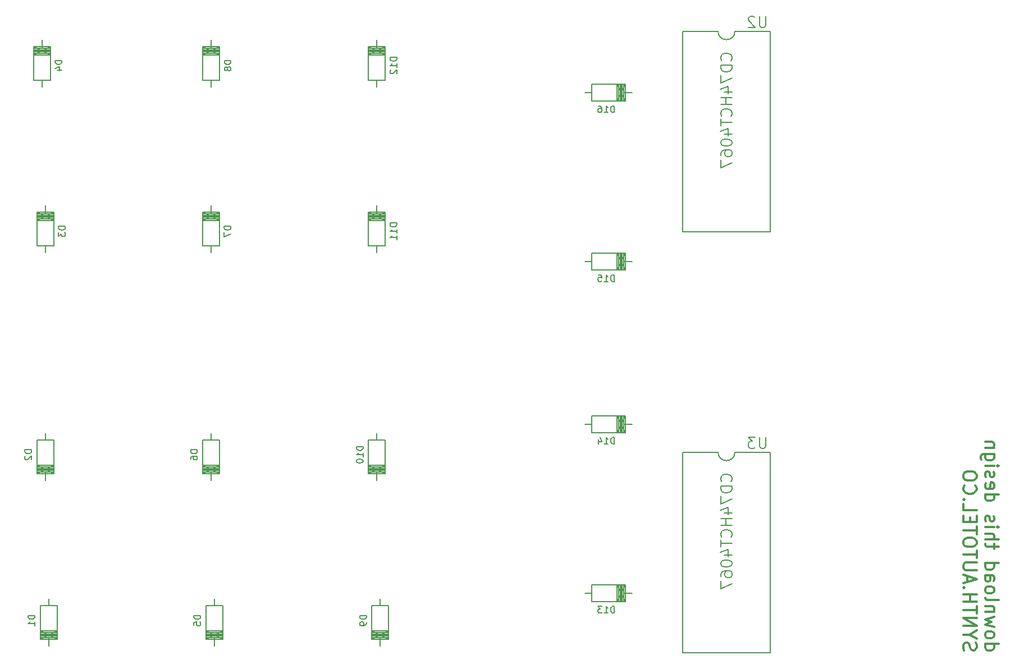
<source format=gbo>
G04 #@! TF.FileFunction,Legend,Bot*
%FSLAX46Y46*%
G04 Gerber Fmt 4.6, Leading zero omitted, Abs format (unit mm)*
G04 Created by KiCad (PCBNEW 4.0.4-stable) date 11/20/16 21:41:40*
%MOMM*%
%LPD*%
G01*
G04 APERTURE LIST*
%ADD10C,0.100000*%
%ADD11C,0.300000*%
%ADD12C,0.150000*%
%ADD13C,0.152400*%
%ADD14C,0.177800*%
G04 APERTURE END LIST*
D10*
D11*
X211745238Y-147166667D02*
X213745238Y-147166667D01*
X211840476Y-147166667D02*
X211745238Y-147357143D01*
X211745238Y-147738095D01*
X211840476Y-147928571D01*
X211935714Y-148023810D01*
X212126190Y-148119048D01*
X212697619Y-148119048D01*
X212888095Y-148023810D01*
X212983333Y-147928571D01*
X213078571Y-147738095D01*
X213078571Y-147357143D01*
X212983333Y-147166667D01*
X211745238Y-145928571D02*
X211840476Y-146119047D01*
X211935714Y-146214286D01*
X212126190Y-146309524D01*
X212697619Y-146309524D01*
X212888095Y-146214286D01*
X212983333Y-146119047D01*
X213078571Y-145928571D01*
X213078571Y-145642857D01*
X212983333Y-145452381D01*
X212888095Y-145357143D01*
X212697619Y-145261905D01*
X212126190Y-145261905D01*
X211935714Y-145357143D01*
X211840476Y-145452381D01*
X211745238Y-145642857D01*
X211745238Y-145928571D01*
X213078571Y-144595238D02*
X211745238Y-144214285D01*
X212697619Y-143833333D01*
X211745238Y-143452381D01*
X213078571Y-143071428D01*
X213078571Y-142309524D02*
X211745238Y-142309524D01*
X212888095Y-142309524D02*
X212983333Y-142214285D01*
X213078571Y-142023809D01*
X213078571Y-141738095D01*
X212983333Y-141547619D01*
X212792857Y-141452381D01*
X211745238Y-141452381D01*
X211745238Y-140214285D02*
X211840476Y-140404761D01*
X212030952Y-140500000D01*
X213745238Y-140500000D01*
X211745238Y-139166666D02*
X211840476Y-139357142D01*
X211935714Y-139452381D01*
X212126190Y-139547619D01*
X212697619Y-139547619D01*
X212888095Y-139452381D01*
X212983333Y-139357142D01*
X213078571Y-139166666D01*
X213078571Y-138880952D01*
X212983333Y-138690476D01*
X212888095Y-138595238D01*
X212697619Y-138500000D01*
X212126190Y-138500000D01*
X211935714Y-138595238D01*
X211840476Y-138690476D01*
X211745238Y-138880952D01*
X211745238Y-139166666D01*
X211745238Y-136785714D02*
X212792857Y-136785714D01*
X212983333Y-136880952D01*
X213078571Y-137071428D01*
X213078571Y-137452380D01*
X212983333Y-137642857D01*
X211840476Y-136785714D02*
X211745238Y-136976190D01*
X211745238Y-137452380D01*
X211840476Y-137642857D01*
X212030952Y-137738095D01*
X212221429Y-137738095D01*
X212411905Y-137642857D01*
X212507143Y-137452380D01*
X212507143Y-136976190D01*
X212602381Y-136785714D01*
X211745238Y-134976190D02*
X213745238Y-134976190D01*
X211840476Y-134976190D02*
X211745238Y-135166666D01*
X211745238Y-135547618D01*
X211840476Y-135738094D01*
X211935714Y-135833333D01*
X212126190Y-135928571D01*
X212697619Y-135928571D01*
X212888095Y-135833333D01*
X212983333Y-135738094D01*
X213078571Y-135547618D01*
X213078571Y-135166666D01*
X212983333Y-134976190D01*
X213078571Y-132785713D02*
X213078571Y-132023808D01*
X213745238Y-132499999D02*
X212030952Y-132499999D01*
X211840476Y-132404760D01*
X211745238Y-132214284D01*
X211745238Y-132023808D01*
X211745238Y-131357142D02*
X213745238Y-131357142D01*
X211745238Y-130499999D02*
X212792857Y-130499999D01*
X212983333Y-130595237D01*
X213078571Y-130785713D01*
X213078571Y-131071427D01*
X212983333Y-131261903D01*
X212888095Y-131357142D01*
X211745238Y-129547618D02*
X213078571Y-129547618D01*
X213745238Y-129547618D02*
X213650000Y-129642856D01*
X213554762Y-129547618D01*
X213650000Y-129452379D01*
X213745238Y-129547618D01*
X213554762Y-129547618D01*
X211840476Y-128690475D02*
X211745238Y-128499998D01*
X211745238Y-128119046D01*
X211840476Y-127928570D01*
X212030952Y-127833332D01*
X212126190Y-127833332D01*
X212316667Y-127928570D01*
X212411905Y-128119046D01*
X212411905Y-128404760D01*
X212507143Y-128595237D01*
X212697619Y-128690475D01*
X212792857Y-128690475D01*
X212983333Y-128595237D01*
X213078571Y-128404760D01*
X213078571Y-128119046D01*
X212983333Y-127928570D01*
X211745238Y-124595236D02*
X213745238Y-124595236D01*
X211840476Y-124595236D02*
X211745238Y-124785712D01*
X211745238Y-125166664D01*
X211840476Y-125357140D01*
X211935714Y-125452379D01*
X212126190Y-125547617D01*
X212697619Y-125547617D01*
X212888095Y-125452379D01*
X212983333Y-125357140D01*
X213078571Y-125166664D01*
X213078571Y-124785712D01*
X212983333Y-124595236D01*
X211840476Y-122880950D02*
X211745238Y-123071426D01*
X211745238Y-123452378D01*
X211840476Y-123642855D01*
X212030952Y-123738093D01*
X212792857Y-123738093D01*
X212983333Y-123642855D01*
X213078571Y-123452378D01*
X213078571Y-123071426D01*
X212983333Y-122880950D01*
X212792857Y-122785712D01*
X212602381Y-122785712D01*
X212411905Y-123738093D01*
X211840476Y-122023807D02*
X211745238Y-121833330D01*
X211745238Y-121452378D01*
X211840476Y-121261902D01*
X212030952Y-121166664D01*
X212126190Y-121166664D01*
X212316667Y-121261902D01*
X212411905Y-121452378D01*
X212411905Y-121738092D01*
X212507143Y-121928569D01*
X212697619Y-122023807D01*
X212792857Y-122023807D01*
X212983333Y-121928569D01*
X213078571Y-121738092D01*
X213078571Y-121452378D01*
X212983333Y-121261902D01*
X211745238Y-120309521D02*
X213078571Y-120309521D01*
X213745238Y-120309521D02*
X213650000Y-120404759D01*
X213554762Y-120309521D01*
X213650000Y-120214282D01*
X213745238Y-120309521D01*
X213554762Y-120309521D01*
X213078571Y-118499997D02*
X211459524Y-118499997D01*
X211269048Y-118595235D01*
X211173810Y-118690473D01*
X211078571Y-118880949D01*
X211078571Y-119166663D01*
X211173810Y-119357140D01*
X211840476Y-118499997D02*
X211745238Y-118690473D01*
X211745238Y-119071425D01*
X211840476Y-119261901D01*
X211935714Y-119357140D01*
X212126190Y-119452378D01*
X212697619Y-119452378D01*
X212888095Y-119357140D01*
X212983333Y-119261901D01*
X213078571Y-119071425D01*
X213078571Y-118690473D01*
X212983333Y-118499997D01*
X213078571Y-117547616D02*
X211745238Y-117547616D01*
X212888095Y-117547616D02*
X212983333Y-117452377D01*
X213078571Y-117261901D01*
X213078571Y-116976187D01*
X212983333Y-116785711D01*
X212792857Y-116690473D01*
X211745238Y-116690473D01*
X208540476Y-148119048D02*
X208445238Y-147833333D01*
X208445238Y-147357143D01*
X208540476Y-147166667D01*
X208635714Y-147071429D01*
X208826190Y-146976190D01*
X209016667Y-146976190D01*
X209207143Y-147071429D01*
X209302381Y-147166667D01*
X209397619Y-147357143D01*
X209492857Y-147738095D01*
X209588095Y-147928571D01*
X209683333Y-148023810D01*
X209873810Y-148119048D01*
X210064286Y-148119048D01*
X210254762Y-148023810D01*
X210350000Y-147928571D01*
X210445238Y-147738095D01*
X210445238Y-147261905D01*
X210350000Y-146976190D01*
X209397619Y-145738095D02*
X208445238Y-145738095D01*
X210445238Y-146404762D02*
X209397619Y-145738095D01*
X210445238Y-145071428D01*
X208445238Y-144404762D02*
X210445238Y-144404762D01*
X208445238Y-143261904D01*
X210445238Y-143261904D01*
X210445238Y-142595238D02*
X210445238Y-141452381D01*
X208445238Y-142023809D02*
X210445238Y-142023809D01*
X208445238Y-140785714D02*
X210445238Y-140785714D01*
X209492857Y-140785714D02*
X209492857Y-139642856D01*
X208445238Y-139642856D02*
X210445238Y-139642856D01*
X208635714Y-138690476D02*
X208540476Y-138595237D01*
X208445238Y-138690476D01*
X208540476Y-138785714D01*
X208635714Y-138690476D01*
X208445238Y-138690476D01*
X209016667Y-137833333D02*
X209016667Y-136880952D01*
X208445238Y-138023809D02*
X210445238Y-137357142D01*
X208445238Y-136690475D01*
X210445238Y-136023809D02*
X208826190Y-136023809D01*
X208635714Y-135928570D01*
X208540476Y-135833332D01*
X208445238Y-135642856D01*
X208445238Y-135261904D01*
X208540476Y-135071428D01*
X208635714Y-134976189D01*
X208826190Y-134880951D01*
X210445238Y-134880951D01*
X210445238Y-134214285D02*
X210445238Y-133071428D01*
X208445238Y-133642856D02*
X210445238Y-133642856D01*
X210445238Y-132023808D02*
X210445238Y-131642856D01*
X210350000Y-131452380D01*
X210159524Y-131261903D01*
X209778571Y-131166665D01*
X209111905Y-131166665D01*
X208730952Y-131261903D01*
X208540476Y-131452380D01*
X208445238Y-131642856D01*
X208445238Y-132023808D01*
X208540476Y-132214284D01*
X208730952Y-132404761D01*
X209111905Y-132499999D01*
X209778571Y-132499999D01*
X210159524Y-132404761D01*
X210350000Y-132214284D01*
X210445238Y-132023808D01*
X210445238Y-130595237D02*
X210445238Y-129452380D01*
X208445238Y-130023808D02*
X210445238Y-130023808D01*
X209492857Y-128785713D02*
X209492857Y-128119046D01*
X208445238Y-127833332D02*
X208445238Y-128785713D01*
X210445238Y-128785713D01*
X210445238Y-127833332D01*
X208445238Y-126023808D02*
X208445238Y-126976189D01*
X210445238Y-126976189D01*
X208635714Y-125357141D02*
X208540476Y-125261902D01*
X208445238Y-125357141D01*
X208540476Y-125452379D01*
X208635714Y-125357141D01*
X208445238Y-125357141D01*
X208635714Y-123261902D02*
X208540476Y-123357140D01*
X208445238Y-123642855D01*
X208445238Y-123833331D01*
X208540476Y-124119045D01*
X208730952Y-124309521D01*
X208921429Y-124404760D01*
X209302381Y-124499998D01*
X209588095Y-124499998D01*
X209969048Y-124404760D01*
X210159524Y-124309521D01*
X210350000Y-124119045D01*
X210445238Y-123833331D01*
X210445238Y-123642855D01*
X210350000Y-123357140D01*
X210254762Y-123261902D01*
X210445238Y-122023807D02*
X210445238Y-121642855D01*
X210350000Y-121452379D01*
X210159524Y-121261902D01*
X209778571Y-121166664D01*
X209111905Y-121166664D01*
X208730952Y-121261902D01*
X208540476Y-121452379D01*
X208445238Y-121642855D01*
X208445238Y-122023807D01*
X208540476Y-122214283D01*
X208730952Y-122404760D01*
X209111905Y-122499998D01*
X209778571Y-122499998D01*
X210159524Y-122404760D01*
X210350000Y-122214283D01*
X210445238Y-122023807D01*
D12*
X70502540Y-141380000D02*
X70502540Y-140364000D01*
X70502540Y-146206000D02*
X70502540Y-147476000D01*
X71772540Y-145952000D02*
X69232540Y-145952000D01*
X71772540Y-145698000D02*
X69232540Y-145698000D01*
X71772540Y-145444000D02*
X69232540Y-145444000D01*
X71772540Y-146206000D02*
X69232540Y-146206000D01*
X71772540Y-145190000D02*
X69232540Y-146460000D01*
X71772540Y-146460000D02*
X69232540Y-145190000D01*
X71772540Y-145190000D02*
X69232540Y-145190000D01*
X71772540Y-145825000D02*
X69232540Y-145825000D01*
X69232540Y-146460000D02*
X71772540Y-146460000D01*
X71772540Y-146460000D02*
X71772540Y-141380000D01*
X71772540Y-141380000D02*
X69232540Y-141380000D01*
X69232540Y-141380000D02*
X69232540Y-146460000D01*
X70005040Y-116380000D02*
X70005040Y-115364000D01*
X70005040Y-121206000D02*
X70005040Y-122476000D01*
X71275040Y-120952000D02*
X68735040Y-120952000D01*
X71275040Y-120698000D02*
X68735040Y-120698000D01*
X71275040Y-120444000D02*
X68735040Y-120444000D01*
X71275040Y-121206000D02*
X68735040Y-121206000D01*
X71275040Y-120190000D02*
X68735040Y-121460000D01*
X71275040Y-121460000D02*
X68735040Y-120190000D01*
X71275040Y-120190000D02*
X68735040Y-120190000D01*
X71275040Y-120825000D02*
X68735040Y-120825000D01*
X68735040Y-121460000D02*
X71275040Y-121460000D01*
X71275040Y-121460000D02*
X71275040Y-116380000D01*
X71275040Y-116380000D02*
X68735040Y-116380000D01*
X68735040Y-116380000D02*
X68735040Y-121460000D01*
X69999960Y-87120000D02*
X69999960Y-88136000D01*
X69999960Y-82294000D02*
X69999960Y-81024000D01*
X68729960Y-82548000D02*
X71269960Y-82548000D01*
X68729960Y-82802000D02*
X71269960Y-82802000D01*
X68729960Y-83056000D02*
X71269960Y-83056000D01*
X68729960Y-82294000D02*
X71269960Y-82294000D01*
X68729960Y-83310000D02*
X71269960Y-82040000D01*
X68729960Y-82040000D02*
X71269960Y-83310000D01*
X68729960Y-83310000D02*
X71269960Y-83310000D01*
X68729960Y-82675000D02*
X71269960Y-82675000D01*
X71269960Y-82040000D02*
X68729960Y-82040000D01*
X68729960Y-82040000D02*
X68729960Y-87120000D01*
X68729960Y-87120000D02*
X71269960Y-87120000D01*
X71269960Y-87120000D02*
X71269960Y-82040000D01*
X69499960Y-62120000D02*
X69499960Y-63136000D01*
X69499960Y-57294000D02*
X69499960Y-56024000D01*
X68229960Y-57548000D02*
X70769960Y-57548000D01*
X68229960Y-57802000D02*
X70769960Y-57802000D01*
X68229960Y-58056000D02*
X70769960Y-58056000D01*
X68229960Y-57294000D02*
X70769960Y-57294000D01*
X68229960Y-58310000D02*
X70769960Y-57040000D01*
X68229960Y-57040000D02*
X70769960Y-58310000D01*
X68229960Y-58310000D02*
X70769960Y-58310000D01*
X68229960Y-57675000D02*
X70769960Y-57675000D01*
X70769960Y-57040000D02*
X68229960Y-57040000D01*
X68229960Y-57040000D02*
X68229960Y-62120000D01*
X68229960Y-62120000D02*
X70769960Y-62120000D01*
X70769960Y-62120000D02*
X70769960Y-57040000D01*
X95500040Y-141380000D02*
X95500040Y-140364000D01*
X95500040Y-146206000D02*
X95500040Y-147476000D01*
X96770040Y-145952000D02*
X94230040Y-145952000D01*
X96770040Y-145698000D02*
X94230040Y-145698000D01*
X96770040Y-145444000D02*
X94230040Y-145444000D01*
X96770040Y-146206000D02*
X94230040Y-146206000D01*
X96770040Y-145190000D02*
X94230040Y-146460000D01*
X96770040Y-146460000D02*
X94230040Y-145190000D01*
X96770040Y-145190000D02*
X94230040Y-145190000D01*
X96770040Y-145825000D02*
X94230040Y-145825000D01*
X94230040Y-146460000D02*
X96770040Y-146460000D01*
X96770040Y-146460000D02*
X96770040Y-141380000D01*
X96770040Y-141380000D02*
X94230040Y-141380000D01*
X94230040Y-141380000D02*
X94230040Y-146460000D01*
X95002540Y-116380000D02*
X95002540Y-115364000D01*
X95002540Y-121206000D02*
X95002540Y-122476000D01*
X96272540Y-120952000D02*
X93732540Y-120952000D01*
X96272540Y-120698000D02*
X93732540Y-120698000D01*
X96272540Y-120444000D02*
X93732540Y-120444000D01*
X96272540Y-121206000D02*
X93732540Y-121206000D01*
X96272540Y-120190000D02*
X93732540Y-121460000D01*
X96272540Y-121460000D02*
X93732540Y-120190000D01*
X96272540Y-120190000D02*
X93732540Y-120190000D01*
X96272540Y-120825000D02*
X93732540Y-120825000D01*
X93732540Y-121460000D02*
X96272540Y-121460000D01*
X96272540Y-121460000D02*
X96272540Y-116380000D01*
X96272540Y-116380000D02*
X93732540Y-116380000D01*
X93732540Y-116380000D02*
X93732540Y-121460000D01*
X94994960Y-87120000D02*
X94994960Y-88136000D01*
X94994960Y-82294000D02*
X94994960Y-81024000D01*
X93724960Y-82548000D02*
X96264960Y-82548000D01*
X93724960Y-82802000D02*
X96264960Y-82802000D01*
X93724960Y-83056000D02*
X96264960Y-83056000D01*
X93724960Y-82294000D02*
X96264960Y-82294000D01*
X93724960Y-83310000D02*
X96264960Y-82040000D01*
X93724960Y-82040000D02*
X96264960Y-83310000D01*
X93724960Y-83310000D02*
X96264960Y-83310000D01*
X93724960Y-82675000D02*
X96264960Y-82675000D01*
X96264960Y-82040000D02*
X93724960Y-82040000D01*
X93724960Y-82040000D02*
X93724960Y-87120000D01*
X93724960Y-87120000D02*
X96264960Y-87120000D01*
X96264960Y-87120000D02*
X96264960Y-82040000D01*
X94999960Y-62120000D02*
X94999960Y-63136000D01*
X94999960Y-57294000D02*
X94999960Y-56024000D01*
X93729960Y-57548000D02*
X96269960Y-57548000D01*
X93729960Y-57802000D02*
X96269960Y-57802000D01*
X93729960Y-58056000D02*
X96269960Y-58056000D01*
X93729960Y-57294000D02*
X96269960Y-57294000D01*
X93729960Y-58310000D02*
X96269960Y-57040000D01*
X93729960Y-57040000D02*
X96269960Y-58310000D01*
X93729960Y-58310000D02*
X96269960Y-58310000D01*
X93729960Y-57675000D02*
X96269960Y-57675000D01*
X96269960Y-57040000D02*
X93729960Y-57040000D01*
X93729960Y-57040000D02*
X93729960Y-62120000D01*
X93729960Y-62120000D02*
X96269960Y-62120000D01*
X96269960Y-62120000D02*
X96269960Y-57040000D01*
X120502540Y-141380000D02*
X120502540Y-140364000D01*
X120502540Y-146206000D02*
X120502540Y-147476000D01*
X121772540Y-145952000D02*
X119232540Y-145952000D01*
X121772540Y-145698000D02*
X119232540Y-145698000D01*
X121772540Y-145444000D02*
X119232540Y-145444000D01*
X121772540Y-146206000D02*
X119232540Y-146206000D01*
X121772540Y-145190000D02*
X119232540Y-146460000D01*
X121772540Y-146460000D02*
X119232540Y-145190000D01*
X121772540Y-145190000D02*
X119232540Y-145190000D01*
X121772540Y-145825000D02*
X119232540Y-145825000D01*
X119232540Y-146460000D02*
X121772540Y-146460000D01*
X121772540Y-146460000D02*
X121772540Y-141380000D01*
X121772540Y-141380000D02*
X119232540Y-141380000D01*
X119232540Y-141380000D02*
X119232540Y-146460000D01*
X120002540Y-116380000D02*
X120002540Y-115364000D01*
X120002540Y-121206000D02*
X120002540Y-122476000D01*
X121272540Y-120952000D02*
X118732540Y-120952000D01*
X121272540Y-120698000D02*
X118732540Y-120698000D01*
X121272540Y-120444000D02*
X118732540Y-120444000D01*
X121272540Y-121206000D02*
X118732540Y-121206000D01*
X121272540Y-120190000D02*
X118732540Y-121460000D01*
X121272540Y-121460000D02*
X118732540Y-120190000D01*
X121272540Y-120190000D02*
X118732540Y-120190000D01*
X121272540Y-120825000D02*
X118732540Y-120825000D01*
X118732540Y-121460000D02*
X121272540Y-121460000D01*
X121272540Y-121460000D02*
X121272540Y-116380000D01*
X121272540Y-116380000D02*
X118732540Y-116380000D01*
X118732540Y-116380000D02*
X118732540Y-121460000D01*
X119997460Y-87120000D02*
X119997460Y-88136000D01*
X119997460Y-82294000D02*
X119997460Y-81024000D01*
X118727460Y-82548000D02*
X121267460Y-82548000D01*
X118727460Y-82802000D02*
X121267460Y-82802000D01*
X118727460Y-83056000D02*
X121267460Y-83056000D01*
X118727460Y-82294000D02*
X121267460Y-82294000D01*
X118727460Y-83310000D02*
X121267460Y-82040000D01*
X118727460Y-82040000D02*
X121267460Y-83310000D01*
X118727460Y-83310000D02*
X121267460Y-83310000D01*
X118727460Y-82675000D02*
X121267460Y-82675000D01*
X121267460Y-82040000D02*
X118727460Y-82040000D01*
X118727460Y-82040000D02*
X118727460Y-87120000D01*
X118727460Y-87120000D02*
X121267460Y-87120000D01*
X121267460Y-87120000D02*
X121267460Y-82040000D01*
X120000460Y-62120000D02*
X120000460Y-63136000D01*
X120000460Y-57294000D02*
X120000460Y-56024000D01*
X118730460Y-57548000D02*
X121270460Y-57548000D01*
X118730460Y-57802000D02*
X121270460Y-57802000D01*
X118730460Y-58056000D02*
X121270460Y-58056000D01*
X118730460Y-57294000D02*
X121270460Y-57294000D01*
X118730460Y-58310000D02*
X121270460Y-57040000D01*
X118730460Y-57040000D02*
X121270460Y-58310000D01*
X118730460Y-58310000D02*
X121270460Y-58310000D01*
X118730460Y-57675000D02*
X121270460Y-57675000D01*
X121270460Y-57040000D02*
X118730460Y-57040000D01*
X118730460Y-57040000D02*
X118730460Y-62120000D01*
X118730460Y-62120000D02*
X121270460Y-62120000D01*
X121270460Y-62120000D02*
X121270460Y-57040000D01*
X152380000Y-139497460D02*
X151364000Y-139497460D01*
X157206000Y-139497460D02*
X158476000Y-139497460D01*
X156952000Y-138227460D02*
X156952000Y-140767460D01*
X156698000Y-138227460D02*
X156698000Y-140767460D01*
X156444000Y-138227460D02*
X156444000Y-140767460D01*
X157206000Y-138227460D02*
X157206000Y-140767460D01*
X156190000Y-138227460D02*
X157460000Y-140767460D01*
X157460000Y-138227460D02*
X156190000Y-140767460D01*
X156190000Y-138227460D02*
X156190000Y-140767460D01*
X156825000Y-138227460D02*
X156825000Y-140767460D01*
X157460000Y-140767460D02*
X157460000Y-138227460D01*
X157460000Y-138227460D02*
X152380000Y-138227460D01*
X152380000Y-138227460D02*
X152380000Y-140767460D01*
X152380000Y-140767460D02*
X157460000Y-140767460D01*
X152380000Y-114000460D02*
X151364000Y-114000460D01*
X157206000Y-114000460D02*
X158476000Y-114000460D01*
X156952000Y-112730460D02*
X156952000Y-115270460D01*
X156698000Y-112730460D02*
X156698000Y-115270460D01*
X156444000Y-112730460D02*
X156444000Y-115270460D01*
X157206000Y-112730460D02*
X157206000Y-115270460D01*
X156190000Y-112730460D02*
X157460000Y-115270460D01*
X157460000Y-112730460D02*
X156190000Y-115270460D01*
X156190000Y-112730460D02*
X156190000Y-115270460D01*
X156825000Y-112730460D02*
X156825000Y-115270460D01*
X157460000Y-115270460D02*
X157460000Y-112730460D01*
X157460000Y-112730460D02*
X152380000Y-112730460D01*
X152380000Y-112730460D02*
X152380000Y-115270460D01*
X152380000Y-115270460D02*
X157460000Y-115270460D01*
X152380000Y-89497460D02*
X151364000Y-89497460D01*
X157206000Y-89497460D02*
X158476000Y-89497460D01*
X156952000Y-88227460D02*
X156952000Y-90767460D01*
X156698000Y-88227460D02*
X156698000Y-90767460D01*
X156444000Y-88227460D02*
X156444000Y-90767460D01*
X157206000Y-88227460D02*
X157206000Y-90767460D01*
X156190000Y-88227460D02*
X157460000Y-90767460D01*
X157460000Y-88227460D02*
X156190000Y-90767460D01*
X156190000Y-88227460D02*
X156190000Y-90767460D01*
X156825000Y-88227460D02*
X156825000Y-90767460D01*
X157460000Y-90767460D02*
X157460000Y-88227460D01*
X157460000Y-88227460D02*
X152380000Y-88227460D01*
X152380000Y-88227460D02*
X152380000Y-90767460D01*
X152380000Y-90767460D02*
X157460000Y-90767460D01*
X152380000Y-63997460D02*
X151364000Y-63997460D01*
X157206000Y-63997460D02*
X158476000Y-63997460D01*
X156952000Y-62727460D02*
X156952000Y-65267460D01*
X156698000Y-62727460D02*
X156698000Y-65267460D01*
X156444000Y-62727460D02*
X156444000Y-65267460D01*
X157206000Y-62727460D02*
X157206000Y-65267460D01*
X156190000Y-62727460D02*
X157460000Y-65267460D01*
X157460000Y-62727460D02*
X156190000Y-65267460D01*
X156190000Y-62727460D02*
X156190000Y-65267460D01*
X156825000Y-62727460D02*
X156825000Y-65267460D01*
X157460000Y-65267460D02*
X157460000Y-62727460D01*
X157460000Y-62727460D02*
X152380000Y-62727460D01*
X152380000Y-62727460D02*
X152380000Y-65267460D01*
X152380000Y-65267460D02*
X157460000Y-65267460D01*
D13*
X173990000Y-118237000D02*
X179324000Y-118237000D01*
X173990000Y-118237000D02*
G75*
G02X171450000Y-118237000I-1270000J0D01*
G01*
X179324000Y-148463000D02*
X166116000Y-148463000D01*
X166116000Y-118237000D02*
X171450000Y-118237000D01*
X166116000Y-118237000D02*
X166116000Y-148463000D01*
X179324000Y-118237000D02*
X179324000Y-148463000D01*
X173990000Y-54737000D02*
X179324000Y-54737000D01*
X173990000Y-54737000D02*
G75*
G02X171450000Y-54737000I-1270000J0D01*
G01*
X179324000Y-84963000D02*
X166116000Y-84963000D01*
X166116000Y-54737000D02*
X171450000Y-54737000D01*
X166116000Y-54737000D02*
X166116000Y-84963000D01*
X179324000Y-54737000D02*
X179324000Y-84963000D01*
D12*
X68414921Y-142874565D02*
X67414921Y-142874565D01*
X67414921Y-143112660D01*
X67462540Y-143255518D01*
X67557778Y-143350756D01*
X67653016Y-143398375D01*
X67843492Y-143445994D01*
X67986350Y-143445994D01*
X68176826Y-143398375D01*
X68272064Y-143350756D01*
X68367302Y-143255518D01*
X68414921Y-143112660D01*
X68414921Y-142874565D01*
X68414921Y-144398375D02*
X68414921Y-143826946D01*
X68414921Y-144112660D02*
X67414921Y-144112660D01*
X67557778Y-144017422D01*
X67653016Y-143922184D01*
X67700635Y-143826946D01*
X67917421Y-117874565D02*
X66917421Y-117874565D01*
X66917421Y-118112660D01*
X66965040Y-118255518D01*
X67060278Y-118350756D01*
X67155516Y-118398375D01*
X67345992Y-118445994D01*
X67488850Y-118445994D01*
X67679326Y-118398375D01*
X67774564Y-118350756D01*
X67869802Y-118255518D01*
X67917421Y-118112660D01*
X67917421Y-117874565D01*
X67012659Y-118826946D02*
X66965040Y-118874565D01*
X66917421Y-118969803D01*
X66917421Y-119207899D01*
X66965040Y-119303137D01*
X67012659Y-119350756D01*
X67107897Y-119398375D01*
X67203135Y-119398375D01*
X67345992Y-119350756D01*
X67917421Y-118779327D01*
X67917421Y-119398375D01*
X72992341Y-84149245D02*
X71992341Y-84149245D01*
X71992341Y-84387340D01*
X72039960Y-84530198D01*
X72135198Y-84625436D01*
X72230436Y-84673055D01*
X72420912Y-84720674D01*
X72563770Y-84720674D01*
X72754246Y-84673055D01*
X72849484Y-84625436D01*
X72944722Y-84530198D01*
X72992341Y-84387340D01*
X72992341Y-84149245D01*
X71992341Y-85054007D02*
X71992341Y-85673055D01*
X72373293Y-85339721D01*
X72373293Y-85482579D01*
X72420912Y-85577817D01*
X72468531Y-85625436D01*
X72563770Y-85673055D01*
X72801865Y-85673055D01*
X72897103Y-85625436D01*
X72944722Y-85577817D01*
X72992341Y-85482579D01*
X72992341Y-85196864D01*
X72944722Y-85101626D01*
X72897103Y-85054007D01*
X72492341Y-59149245D02*
X71492341Y-59149245D01*
X71492341Y-59387340D01*
X71539960Y-59530198D01*
X71635198Y-59625436D01*
X71730436Y-59673055D01*
X71920912Y-59720674D01*
X72063770Y-59720674D01*
X72254246Y-59673055D01*
X72349484Y-59625436D01*
X72444722Y-59530198D01*
X72492341Y-59387340D01*
X72492341Y-59149245D01*
X71825674Y-60577817D02*
X72492341Y-60577817D01*
X71444722Y-60339721D02*
X72159008Y-60101626D01*
X72159008Y-60720674D01*
X93412421Y-142874565D02*
X92412421Y-142874565D01*
X92412421Y-143112660D01*
X92460040Y-143255518D01*
X92555278Y-143350756D01*
X92650516Y-143398375D01*
X92840992Y-143445994D01*
X92983850Y-143445994D01*
X93174326Y-143398375D01*
X93269564Y-143350756D01*
X93364802Y-143255518D01*
X93412421Y-143112660D01*
X93412421Y-142874565D01*
X92412421Y-144350756D02*
X92412421Y-143874565D01*
X92888611Y-143826946D01*
X92840992Y-143874565D01*
X92793373Y-143969803D01*
X92793373Y-144207899D01*
X92840992Y-144303137D01*
X92888611Y-144350756D01*
X92983850Y-144398375D01*
X93221945Y-144398375D01*
X93317183Y-144350756D01*
X93364802Y-144303137D01*
X93412421Y-144207899D01*
X93412421Y-143969803D01*
X93364802Y-143874565D01*
X93317183Y-143826946D01*
X92914921Y-117874565D02*
X91914921Y-117874565D01*
X91914921Y-118112660D01*
X91962540Y-118255518D01*
X92057778Y-118350756D01*
X92153016Y-118398375D01*
X92343492Y-118445994D01*
X92486350Y-118445994D01*
X92676826Y-118398375D01*
X92772064Y-118350756D01*
X92867302Y-118255518D01*
X92914921Y-118112660D01*
X92914921Y-117874565D01*
X91914921Y-119303137D02*
X91914921Y-119112660D01*
X91962540Y-119017422D01*
X92010159Y-118969803D01*
X92153016Y-118874565D01*
X92343492Y-118826946D01*
X92724445Y-118826946D01*
X92819683Y-118874565D01*
X92867302Y-118922184D01*
X92914921Y-119017422D01*
X92914921Y-119207899D01*
X92867302Y-119303137D01*
X92819683Y-119350756D01*
X92724445Y-119398375D01*
X92486350Y-119398375D01*
X92391111Y-119350756D01*
X92343492Y-119303137D01*
X92295873Y-119207899D01*
X92295873Y-119017422D01*
X92343492Y-118922184D01*
X92391111Y-118874565D01*
X92486350Y-118826946D01*
X97987341Y-84149245D02*
X96987341Y-84149245D01*
X96987341Y-84387340D01*
X97034960Y-84530198D01*
X97130198Y-84625436D01*
X97225436Y-84673055D01*
X97415912Y-84720674D01*
X97558770Y-84720674D01*
X97749246Y-84673055D01*
X97844484Y-84625436D01*
X97939722Y-84530198D01*
X97987341Y-84387340D01*
X97987341Y-84149245D01*
X96987341Y-85054007D02*
X96987341Y-85720674D01*
X97987341Y-85292102D01*
X97992341Y-59149245D02*
X96992341Y-59149245D01*
X96992341Y-59387340D01*
X97039960Y-59530198D01*
X97135198Y-59625436D01*
X97230436Y-59673055D01*
X97420912Y-59720674D01*
X97563770Y-59720674D01*
X97754246Y-59673055D01*
X97849484Y-59625436D01*
X97944722Y-59530198D01*
X97992341Y-59387340D01*
X97992341Y-59149245D01*
X97420912Y-60292102D02*
X97373293Y-60196864D01*
X97325674Y-60149245D01*
X97230436Y-60101626D01*
X97182817Y-60101626D01*
X97087579Y-60149245D01*
X97039960Y-60196864D01*
X96992341Y-60292102D01*
X96992341Y-60482579D01*
X97039960Y-60577817D01*
X97087579Y-60625436D01*
X97182817Y-60673055D01*
X97230436Y-60673055D01*
X97325674Y-60625436D01*
X97373293Y-60577817D01*
X97420912Y-60482579D01*
X97420912Y-60292102D01*
X97468531Y-60196864D01*
X97516150Y-60149245D01*
X97611389Y-60101626D01*
X97801865Y-60101626D01*
X97897103Y-60149245D01*
X97944722Y-60196864D01*
X97992341Y-60292102D01*
X97992341Y-60482579D01*
X97944722Y-60577817D01*
X97897103Y-60625436D01*
X97801865Y-60673055D01*
X97611389Y-60673055D01*
X97516150Y-60625436D01*
X97468531Y-60577817D01*
X97420912Y-60482579D01*
X118414921Y-142874565D02*
X117414921Y-142874565D01*
X117414921Y-143112660D01*
X117462540Y-143255518D01*
X117557778Y-143350756D01*
X117653016Y-143398375D01*
X117843492Y-143445994D01*
X117986350Y-143445994D01*
X118176826Y-143398375D01*
X118272064Y-143350756D01*
X118367302Y-143255518D01*
X118414921Y-143112660D01*
X118414921Y-142874565D01*
X118414921Y-143922184D02*
X118414921Y-144112660D01*
X118367302Y-144207899D01*
X118319683Y-144255518D01*
X118176826Y-144350756D01*
X117986350Y-144398375D01*
X117605397Y-144398375D01*
X117510159Y-144350756D01*
X117462540Y-144303137D01*
X117414921Y-144207899D01*
X117414921Y-144017422D01*
X117462540Y-143922184D01*
X117510159Y-143874565D01*
X117605397Y-143826946D01*
X117843492Y-143826946D01*
X117938730Y-143874565D01*
X117986350Y-143922184D01*
X118033969Y-144017422D01*
X118033969Y-144207899D01*
X117986350Y-144303137D01*
X117938730Y-144350756D01*
X117843492Y-144398375D01*
X117914921Y-117398374D02*
X116914921Y-117398374D01*
X116914921Y-117636469D01*
X116962540Y-117779327D01*
X117057778Y-117874565D01*
X117153016Y-117922184D01*
X117343492Y-117969803D01*
X117486350Y-117969803D01*
X117676826Y-117922184D01*
X117772064Y-117874565D01*
X117867302Y-117779327D01*
X117914921Y-117636469D01*
X117914921Y-117398374D01*
X117914921Y-118922184D02*
X117914921Y-118350755D01*
X117914921Y-118636469D02*
X116914921Y-118636469D01*
X117057778Y-118541231D01*
X117153016Y-118445993D01*
X117200635Y-118350755D01*
X116914921Y-119541231D02*
X116914921Y-119636470D01*
X116962540Y-119731708D01*
X117010159Y-119779327D01*
X117105397Y-119826946D01*
X117295873Y-119874565D01*
X117533969Y-119874565D01*
X117724445Y-119826946D01*
X117819683Y-119779327D01*
X117867302Y-119731708D01*
X117914921Y-119636470D01*
X117914921Y-119541231D01*
X117867302Y-119445993D01*
X117819683Y-119398374D01*
X117724445Y-119350755D01*
X117533969Y-119303136D01*
X117295873Y-119303136D01*
X117105397Y-119350755D01*
X117010159Y-119398374D01*
X116962540Y-119445993D01*
X116914921Y-119541231D01*
X122989841Y-83673054D02*
X121989841Y-83673054D01*
X121989841Y-83911149D01*
X122037460Y-84054007D01*
X122132698Y-84149245D01*
X122227936Y-84196864D01*
X122418412Y-84244483D01*
X122561270Y-84244483D01*
X122751746Y-84196864D01*
X122846984Y-84149245D01*
X122942222Y-84054007D01*
X122989841Y-83911149D01*
X122989841Y-83673054D01*
X122989841Y-85196864D02*
X122989841Y-84625435D01*
X122989841Y-84911149D02*
X121989841Y-84911149D01*
X122132698Y-84815911D01*
X122227936Y-84720673D01*
X122275555Y-84625435D01*
X122989841Y-86149245D02*
X122989841Y-85577816D01*
X122989841Y-85863530D02*
X121989841Y-85863530D01*
X122132698Y-85768292D01*
X122227936Y-85673054D01*
X122275555Y-85577816D01*
X122992841Y-58673054D02*
X121992841Y-58673054D01*
X121992841Y-58911149D01*
X122040460Y-59054007D01*
X122135698Y-59149245D01*
X122230936Y-59196864D01*
X122421412Y-59244483D01*
X122564270Y-59244483D01*
X122754746Y-59196864D01*
X122849984Y-59149245D01*
X122945222Y-59054007D01*
X122992841Y-58911149D01*
X122992841Y-58673054D01*
X122992841Y-60196864D02*
X122992841Y-59625435D01*
X122992841Y-59911149D02*
X121992841Y-59911149D01*
X122135698Y-59815911D01*
X122230936Y-59720673D01*
X122278555Y-59625435D01*
X122088079Y-60577816D02*
X122040460Y-60625435D01*
X121992841Y-60720673D01*
X121992841Y-60958769D01*
X122040460Y-61054007D01*
X122088079Y-61101626D01*
X122183317Y-61149245D01*
X122278555Y-61149245D01*
X122421412Y-61101626D01*
X122992841Y-60530197D01*
X122992841Y-61149245D01*
X155826946Y-142489841D02*
X155826946Y-141489841D01*
X155588851Y-141489841D01*
X155445993Y-141537460D01*
X155350755Y-141632698D01*
X155303136Y-141727936D01*
X155255517Y-141918412D01*
X155255517Y-142061270D01*
X155303136Y-142251746D01*
X155350755Y-142346984D01*
X155445993Y-142442222D01*
X155588851Y-142489841D01*
X155826946Y-142489841D01*
X154303136Y-142489841D02*
X154874565Y-142489841D01*
X154588851Y-142489841D02*
X154588851Y-141489841D01*
X154684089Y-141632698D01*
X154779327Y-141727936D01*
X154874565Y-141775555D01*
X153969803Y-141489841D02*
X153350755Y-141489841D01*
X153684089Y-141870793D01*
X153541231Y-141870793D01*
X153445993Y-141918412D01*
X153398374Y-141966031D01*
X153350755Y-142061270D01*
X153350755Y-142299365D01*
X153398374Y-142394603D01*
X153445993Y-142442222D01*
X153541231Y-142489841D01*
X153826946Y-142489841D01*
X153922184Y-142442222D01*
X153969803Y-142394603D01*
X155826946Y-116992841D02*
X155826946Y-115992841D01*
X155588851Y-115992841D01*
X155445993Y-116040460D01*
X155350755Y-116135698D01*
X155303136Y-116230936D01*
X155255517Y-116421412D01*
X155255517Y-116564270D01*
X155303136Y-116754746D01*
X155350755Y-116849984D01*
X155445993Y-116945222D01*
X155588851Y-116992841D01*
X155826946Y-116992841D01*
X154303136Y-116992841D02*
X154874565Y-116992841D01*
X154588851Y-116992841D02*
X154588851Y-115992841D01*
X154684089Y-116135698D01*
X154779327Y-116230936D01*
X154874565Y-116278555D01*
X153445993Y-116326174D02*
X153445993Y-116992841D01*
X153684089Y-115945222D02*
X153922184Y-116659508D01*
X153303136Y-116659508D01*
X155826946Y-92489841D02*
X155826946Y-91489841D01*
X155588851Y-91489841D01*
X155445993Y-91537460D01*
X155350755Y-91632698D01*
X155303136Y-91727936D01*
X155255517Y-91918412D01*
X155255517Y-92061270D01*
X155303136Y-92251746D01*
X155350755Y-92346984D01*
X155445993Y-92442222D01*
X155588851Y-92489841D01*
X155826946Y-92489841D01*
X154303136Y-92489841D02*
X154874565Y-92489841D01*
X154588851Y-92489841D02*
X154588851Y-91489841D01*
X154684089Y-91632698D01*
X154779327Y-91727936D01*
X154874565Y-91775555D01*
X153398374Y-91489841D02*
X153874565Y-91489841D01*
X153922184Y-91966031D01*
X153874565Y-91918412D01*
X153779327Y-91870793D01*
X153541231Y-91870793D01*
X153445993Y-91918412D01*
X153398374Y-91966031D01*
X153350755Y-92061270D01*
X153350755Y-92299365D01*
X153398374Y-92394603D01*
X153445993Y-92442222D01*
X153541231Y-92489841D01*
X153779327Y-92489841D01*
X153874565Y-92442222D01*
X153922184Y-92394603D01*
X155826946Y-66989841D02*
X155826946Y-65989841D01*
X155588851Y-65989841D01*
X155445993Y-66037460D01*
X155350755Y-66132698D01*
X155303136Y-66227936D01*
X155255517Y-66418412D01*
X155255517Y-66561270D01*
X155303136Y-66751746D01*
X155350755Y-66846984D01*
X155445993Y-66942222D01*
X155588851Y-66989841D01*
X155826946Y-66989841D01*
X154303136Y-66989841D02*
X154874565Y-66989841D01*
X154588851Y-66989841D02*
X154588851Y-65989841D01*
X154684089Y-66132698D01*
X154779327Y-66227936D01*
X154874565Y-66275555D01*
X153445993Y-65989841D02*
X153636470Y-65989841D01*
X153731708Y-66037460D01*
X153779327Y-66085079D01*
X153874565Y-66227936D01*
X153922184Y-66418412D01*
X153922184Y-66799365D01*
X153874565Y-66894603D01*
X153826946Y-66942222D01*
X153731708Y-66989841D01*
X153541231Y-66989841D01*
X153445993Y-66942222D01*
X153398374Y-66894603D01*
X153350755Y-66799365D01*
X153350755Y-66561270D01*
X153398374Y-66466031D01*
X153445993Y-66418412D01*
X153541231Y-66370793D01*
X153731708Y-66370793D01*
X153826946Y-66418412D01*
X153874565Y-66466031D01*
X153922184Y-66561270D01*
D14*
X178667833Y-115959467D02*
X178667833Y-117326833D01*
X178587400Y-117487700D01*
X178506967Y-117568133D01*
X178346100Y-117648567D01*
X178024367Y-117648567D01*
X177863500Y-117568133D01*
X177783067Y-117487700D01*
X177702633Y-117326833D01*
X177702633Y-115959467D01*
X177059167Y-115959467D02*
X176013534Y-115959467D01*
X176576567Y-116602933D01*
X176335267Y-116602933D01*
X176174400Y-116683367D01*
X176093967Y-116763800D01*
X176013534Y-116924667D01*
X176013534Y-117326833D01*
X176093967Y-117487700D01*
X176174400Y-117568133D01*
X176335267Y-117648567D01*
X176817867Y-117648567D01*
X176978734Y-117568133D01*
X177059167Y-117487700D01*
X173367700Y-122652367D02*
X173448133Y-122571933D01*
X173528567Y-122330633D01*
X173528567Y-122169767D01*
X173448133Y-121928467D01*
X173287267Y-121767600D01*
X173126400Y-121687167D01*
X172804667Y-121606733D01*
X172563367Y-121606733D01*
X172241633Y-121687167D01*
X172080767Y-121767600D01*
X171919900Y-121928467D01*
X171839467Y-122169767D01*
X171839467Y-122330633D01*
X171919900Y-122571933D01*
X172000333Y-122652367D01*
X173528567Y-123376267D02*
X171839467Y-123376267D01*
X171839467Y-123778433D01*
X171919900Y-124019733D01*
X172080767Y-124180600D01*
X172241633Y-124261033D01*
X172563367Y-124341467D01*
X172804667Y-124341467D01*
X173126400Y-124261033D01*
X173287267Y-124180600D01*
X173448133Y-124019733D01*
X173528567Y-123778433D01*
X173528567Y-123376267D01*
X171839467Y-124904500D02*
X171839467Y-126030567D01*
X173528567Y-125306667D01*
X172402500Y-127397934D02*
X173528567Y-127397934D01*
X171759033Y-126995767D02*
X172965533Y-126593600D01*
X172965533Y-127639234D01*
X173528567Y-128282701D02*
X171839467Y-128282701D01*
X172643800Y-128282701D02*
X172643800Y-129247901D01*
X173528567Y-129247901D02*
X171839467Y-129247901D01*
X173367700Y-131017434D02*
X173448133Y-130937000D01*
X173528567Y-130695700D01*
X173528567Y-130534834D01*
X173448133Y-130293534D01*
X173287267Y-130132667D01*
X173126400Y-130052234D01*
X172804667Y-129971800D01*
X172563367Y-129971800D01*
X172241633Y-130052234D01*
X172080767Y-130132667D01*
X171919900Y-130293534D01*
X171839467Y-130534834D01*
X171839467Y-130695700D01*
X171919900Y-130937000D01*
X172000333Y-131017434D01*
X171839467Y-131500034D02*
X171839467Y-132465234D01*
X173528567Y-131982634D02*
X171839467Y-131982634D01*
X172402500Y-133752167D02*
X173528567Y-133752167D01*
X171759033Y-133350000D02*
X172965533Y-132947833D01*
X172965533Y-133993467D01*
X171839467Y-134958667D02*
X171839467Y-135119534D01*
X171919900Y-135280400D01*
X172000333Y-135360834D01*
X172161200Y-135441267D01*
X172482933Y-135521700D01*
X172885100Y-135521700D01*
X173206833Y-135441267D01*
X173367700Y-135360834D01*
X173448133Y-135280400D01*
X173528567Y-135119534D01*
X173528567Y-134958667D01*
X173448133Y-134797800D01*
X173367700Y-134717367D01*
X173206833Y-134636934D01*
X172885100Y-134556500D01*
X172482933Y-134556500D01*
X172161200Y-134636934D01*
X172000333Y-134717367D01*
X171919900Y-134797800D01*
X171839467Y-134958667D01*
X171839467Y-136969501D02*
X171839467Y-136647767D01*
X171919900Y-136486901D01*
X172000333Y-136406467D01*
X172241633Y-136245601D01*
X172563367Y-136165167D01*
X173206833Y-136165167D01*
X173367700Y-136245601D01*
X173448133Y-136326034D01*
X173528567Y-136486901D01*
X173528567Y-136808634D01*
X173448133Y-136969501D01*
X173367700Y-137049934D01*
X173206833Y-137130367D01*
X172804667Y-137130367D01*
X172643800Y-137049934D01*
X172563367Y-136969501D01*
X172482933Y-136808634D01*
X172482933Y-136486901D01*
X172563367Y-136326034D01*
X172643800Y-136245601D01*
X172804667Y-136165167D01*
X171839467Y-137693401D02*
X171839467Y-138819468D01*
X173528567Y-138095568D01*
X178667833Y-52459467D02*
X178667833Y-53826833D01*
X178587400Y-53987700D01*
X178506967Y-54068133D01*
X178346100Y-54148567D01*
X178024367Y-54148567D01*
X177863500Y-54068133D01*
X177783067Y-53987700D01*
X177702633Y-53826833D01*
X177702633Y-52459467D01*
X176978734Y-52620333D02*
X176898300Y-52539900D01*
X176737434Y-52459467D01*
X176335267Y-52459467D01*
X176174400Y-52539900D01*
X176093967Y-52620333D01*
X176013534Y-52781200D01*
X176013534Y-52942067D01*
X176093967Y-53183367D01*
X177059167Y-54148567D01*
X176013534Y-54148567D01*
X173367700Y-59152367D02*
X173448133Y-59071933D01*
X173528567Y-58830633D01*
X173528567Y-58669767D01*
X173448133Y-58428467D01*
X173287267Y-58267600D01*
X173126400Y-58187167D01*
X172804667Y-58106733D01*
X172563367Y-58106733D01*
X172241633Y-58187167D01*
X172080767Y-58267600D01*
X171919900Y-58428467D01*
X171839467Y-58669767D01*
X171839467Y-58830633D01*
X171919900Y-59071933D01*
X172000333Y-59152367D01*
X173528567Y-59876267D02*
X171839467Y-59876267D01*
X171839467Y-60278433D01*
X171919900Y-60519733D01*
X172080767Y-60680600D01*
X172241633Y-60761033D01*
X172563367Y-60841467D01*
X172804667Y-60841467D01*
X173126400Y-60761033D01*
X173287267Y-60680600D01*
X173448133Y-60519733D01*
X173528567Y-60278433D01*
X173528567Y-59876267D01*
X171839467Y-61404500D02*
X171839467Y-62530567D01*
X173528567Y-61806667D01*
X172402500Y-63897934D02*
X173528567Y-63897934D01*
X171759033Y-63495767D02*
X172965533Y-63093600D01*
X172965533Y-64139234D01*
X173528567Y-64782701D02*
X171839467Y-64782701D01*
X172643800Y-64782701D02*
X172643800Y-65747901D01*
X173528567Y-65747901D02*
X171839467Y-65747901D01*
X173367700Y-67517434D02*
X173448133Y-67437000D01*
X173528567Y-67195700D01*
X173528567Y-67034834D01*
X173448133Y-66793534D01*
X173287267Y-66632667D01*
X173126400Y-66552234D01*
X172804667Y-66471800D01*
X172563367Y-66471800D01*
X172241633Y-66552234D01*
X172080767Y-66632667D01*
X171919900Y-66793534D01*
X171839467Y-67034834D01*
X171839467Y-67195700D01*
X171919900Y-67437000D01*
X172000333Y-67517434D01*
X171839467Y-68000034D02*
X171839467Y-68965234D01*
X173528567Y-68482634D02*
X171839467Y-68482634D01*
X172402500Y-70252167D02*
X173528567Y-70252167D01*
X171759033Y-69850000D02*
X172965533Y-69447833D01*
X172965533Y-70493467D01*
X171839467Y-71458667D02*
X171839467Y-71619534D01*
X171919900Y-71780400D01*
X172000333Y-71860834D01*
X172161200Y-71941267D01*
X172482933Y-72021700D01*
X172885100Y-72021700D01*
X173206833Y-71941267D01*
X173367700Y-71860834D01*
X173448133Y-71780400D01*
X173528567Y-71619534D01*
X173528567Y-71458667D01*
X173448133Y-71297800D01*
X173367700Y-71217367D01*
X173206833Y-71136934D01*
X172885100Y-71056500D01*
X172482933Y-71056500D01*
X172161200Y-71136934D01*
X172000333Y-71217367D01*
X171919900Y-71297800D01*
X171839467Y-71458667D01*
X171839467Y-73469501D02*
X171839467Y-73147767D01*
X171919900Y-72986901D01*
X172000333Y-72906467D01*
X172241633Y-72745601D01*
X172563367Y-72665167D01*
X173206833Y-72665167D01*
X173367700Y-72745601D01*
X173448133Y-72826034D01*
X173528567Y-72986901D01*
X173528567Y-73308634D01*
X173448133Y-73469501D01*
X173367700Y-73549934D01*
X173206833Y-73630367D01*
X172804667Y-73630367D01*
X172643800Y-73549934D01*
X172563367Y-73469501D01*
X172482933Y-73308634D01*
X172482933Y-72986901D01*
X172563367Y-72826034D01*
X172643800Y-72745601D01*
X172804667Y-72665167D01*
X171839467Y-74193401D02*
X171839467Y-75319468D01*
X173528567Y-74595568D01*
M02*

</source>
